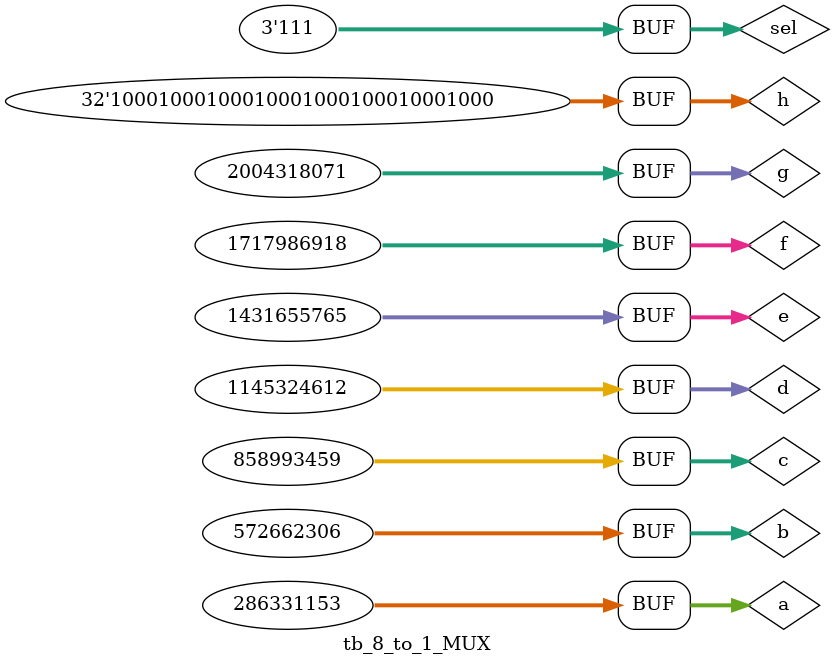
<source format=v>
`timescale 1ns/100ps

module tb_8_to_1_MUX;
	
	reg 	[31:0]	a, b, c, d, e, f, g, h; // 32bits regs
	reg	[2:0]		sel;							// 3bits reg
	wire	[31:0]	d_out;						// 32bits wire
	
	
	_8_to_1_MUX test_8_to_1_MUX(.a(a), .b(b), .c(c), .d(d), .e(e), .f(f), .g(g), .h(h), .sel(sel), .d_out(d_out));
	
	initial begin
		a = 32'h1111_1111; b = 32'h2222_2222; c = 32'h3333_3333; d = 32'h4444_4444;
		e = 32'h5555_5555; f = 32'h6666_6666; g = 32'h7777_7777; h = 32'h8888_8888;
		
		#5; sel = 3'd0;	
		#5; sel = 3'd1;	// expected = 32'h1111_1111
		#5; sel = 3'd2;	// expected = 32'h2222_2222
		#5; sel = 3'd3;	// expected = 32'h3333_3333
		#5; sel = 3'd4;	// expected = 32'h4444_4444
		#5; sel = 3'd5;	// expected = 32'h5555_5555
		#5; sel = 3'd6;	// expected = 32'h6666_6666
		#5; sel = 3'd7;	// expected = 32'h7777_7777
		#5;					// expected = 32'h8888_8888
		
	end
	
	
endmodule

</source>
